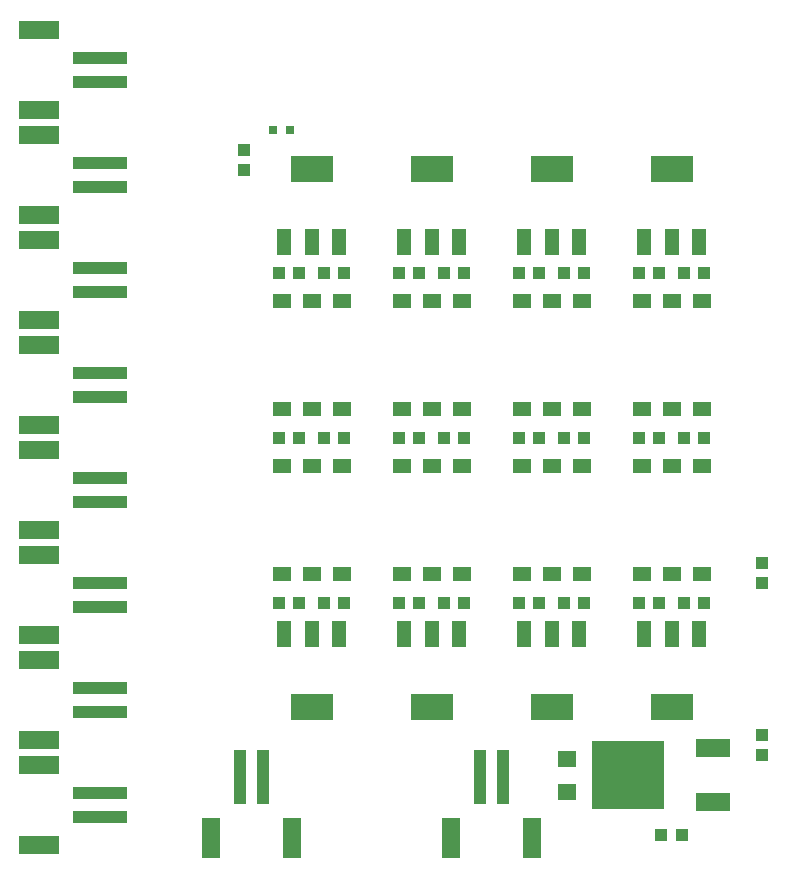
<source format=gbr>
G04 EAGLE Gerber RS-274X export*
G75*
%MOMM*%
%FSLAX34Y34*%
%LPD*%
%INSolderpaste Top*%
%IPPOS*%
%AMOC8*
5,1,8,0,0,1.08239X$1,22.5*%
G01*
%ADD10R,1.000000X1.100000*%
%ADD11R,1.600000X1.400000*%
%ADD12R,0.800000X0.800000*%
%ADD13R,1.100000X1.000000*%
%ADD14R,4.600000X1.000000*%
%ADD15R,3.400000X1.600000*%
%ADD16R,1.000000X4.600000*%
%ADD17R,1.600000X3.400000*%
%ADD18R,1.524000X1.270000*%
%ADD19R,3.000000X1.600000*%
%ADD20R,6.200000X5.800000*%
%ADD21R,1.219200X2.235200*%
%ADD22R,3.600000X2.200000*%


D10*
X635000Y256150D03*
X635000Y239150D03*
D11*
X469900Y90200D03*
X469900Y62200D03*
D12*
X236100Y622300D03*
X221100Y622300D03*
D10*
X196850Y605400D03*
X196850Y588400D03*
D13*
X531250Y501650D03*
X548250Y501650D03*
D14*
X75100Y663100D03*
X75100Y683100D03*
D15*
X23100Y639100D03*
X23100Y707100D03*
D16*
X416400Y75100D03*
X396400Y75100D03*
D17*
X440400Y23100D03*
X372400Y23100D03*
D16*
X213200Y75100D03*
X193200Y75100D03*
D17*
X237200Y23100D03*
X169200Y23100D03*
D18*
X533400Y386080D03*
X558800Y386080D03*
X584200Y386080D03*
X584200Y477520D03*
X558800Y477520D03*
X533400Y477520D03*
D13*
X586350Y361950D03*
X569350Y361950D03*
X569350Y501650D03*
X586350Y501650D03*
X429650Y501650D03*
X446650Y501650D03*
D14*
X75100Y574200D03*
X75100Y594200D03*
D15*
X23100Y550200D03*
X23100Y618200D03*
D18*
X431800Y386080D03*
X457200Y386080D03*
X482600Y386080D03*
X482600Y477520D03*
X457200Y477520D03*
X431800Y477520D03*
D13*
X484750Y361950D03*
X467750Y361950D03*
X467750Y501650D03*
X484750Y501650D03*
X328050Y501650D03*
X345050Y501650D03*
D14*
X75100Y485300D03*
X75100Y505300D03*
D15*
X23100Y461300D03*
X23100Y529300D03*
D18*
X330200Y386080D03*
X355600Y386080D03*
X381000Y386080D03*
X381000Y477520D03*
X355600Y477520D03*
X330200Y477520D03*
D13*
X383150Y361950D03*
X366150Y361950D03*
X366150Y501650D03*
X383150Y501650D03*
X226450Y501650D03*
X243450Y501650D03*
D14*
X75100Y396400D03*
X75100Y416400D03*
D15*
X23100Y372400D03*
X23100Y440400D03*
D18*
X228600Y386080D03*
X254000Y386080D03*
X279400Y386080D03*
X279400Y477520D03*
X254000Y477520D03*
X228600Y477520D03*
D13*
X281550Y361950D03*
X264550Y361950D03*
X264550Y501650D03*
X281550Y501650D03*
X281550Y222250D03*
X264550Y222250D03*
D14*
X75100Y307500D03*
X75100Y327500D03*
D15*
X23100Y283500D03*
X23100Y351500D03*
D18*
X279400Y337820D03*
X254000Y337820D03*
X228600Y337820D03*
X228600Y246380D03*
X254000Y246380D03*
X279400Y246380D03*
D13*
X226450Y361950D03*
X243450Y361950D03*
X243450Y222250D03*
X226450Y222250D03*
X383150Y222250D03*
X366150Y222250D03*
D14*
X75100Y218600D03*
X75100Y238600D03*
D15*
X23100Y194600D03*
X23100Y262600D03*
D18*
X381000Y337820D03*
X355600Y337820D03*
X330200Y337820D03*
X330200Y246380D03*
X355600Y246380D03*
X381000Y246380D03*
D13*
X328050Y361950D03*
X345050Y361950D03*
X345050Y222250D03*
X328050Y222250D03*
X484750Y222250D03*
X467750Y222250D03*
D14*
X75100Y129700D03*
X75100Y149700D03*
D15*
X23100Y105700D03*
X23100Y173700D03*
D18*
X482600Y337820D03*
X457200Y337820D03*
X431800Y337820D03*
X431800Y246380D03*
X457200Y246380D03*
X482600Y246380D03*
D13*
X429650Y361950D03*
X446650Y361950D03*
X446650Y222250D03*
X429650Y222250D03*
X586350Y222250D03*
X569350Y222250D03*
D14*
X75100Y40800D03*
X75100Y60800D03*
D15*
X23100Y16800D03*
X23100Y84800D03*
D18*
X584200Y337820D03*
X558800Y337820D03*
X533400Y337820D03*
X533400Y246380D03*
X558800Y246380D03*
X584200Y246380D03*
D13*
X531250Y361950D03*
X548250Y361950D03*
X548250Y222250D03*
X531250Y222250D03*
D19*
X594100Y53400D03*
X594100Y99000D03*
D20*
X522300Y76200D03*
D10*
X635000Y110100D03*
X635000Y93100D03*
D13*
X567300Y25400D03*
X550300Y25400D03*
D21*
X535686Y527812D03*
X558800Y527812D03*
X581914Y527812D03*
D22*
X558800Y589790D03*
D21*
X434086Y527812D03*
X457200Y527812D03*
X480314Y527812D03*
D22*
X457200Y589790D03*
D21*
X332486Y527812D03*
X355600Y527812D03*
X378714Y527812D03*
D22*
X355600Y589790D03*
D21*
X230886Y527812D03*
X254000Y527812D03*
X277114Y527812D03*
D22*
X254000Y589790D03*
D21*
X277114Y196088D03*
X254000Y196088D03*
X230886Y196088D03*
D22*
X254000Y134110D03*
D21*
X378714Y196088D03*
X355600Y196088D03*
X332486Y196088D03*
D22*
X355600Y134110D03*
D21*
X480314Y196088D03*
X457200Y196088D03*
X434086Y196088D03*
D22*
X457200Y134110D03*
D21*
X581914Y196088D03*
X558800Y196088D03*
X535686Y196088D03*
D22*
X558800Y134110D03*
M02*

</source>
